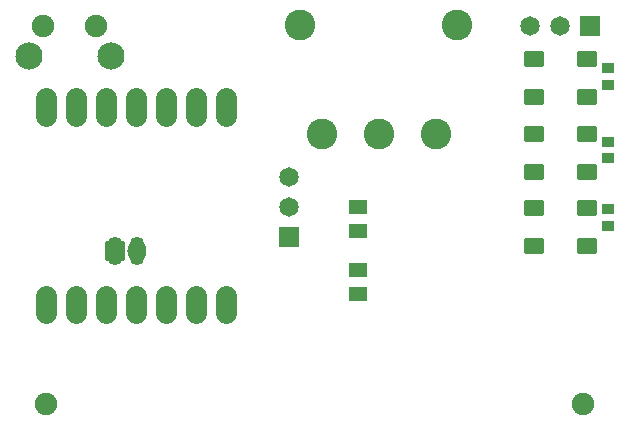
<source format=gts>
G04 Layer: TopSolderMaskLayer*
G04 EasyEDA v6.5.44, 2024-08-02 20:28:38*
G04 0ec6a3b83b7b46f2a54e004fb1c0c9c6,2d99afecd3cb4a319326ca3d9e85512b,10*
G04 Gerber Generator version 0.2*
G04 Scale: 100 percent, Rotated: No, Reflected: No *
G04 Dimensions in millimeters *
G04 leading zeros omitted , absolute positions ,4 integer and 5 decimal *
%FSLAX45Y45*%
%MOMM*%

%AMMACRO1*4,1,8,-0.7097,-0.6171,-0.7394,-0.5871,-0.7394,0.5874,-0.7097,0.6171,0.7094,0.6171,0.7394,0.5874,0.7394,-0.5871,0.7094,-0.6171,-0.7097,-0.6171,0*%
%AMMACRO2*4,1,8,-0.4712,-0.4508,-0.5009,-0.4209,-0.5009,0.4211,-0.4712,0.4508,0.4709,0.4508,0.5009,0.4211,0.5009,-0.4209,0.4709,-0.4508,-0.4712,-0.4508,0*%
%AMMACRO3*4,1,8,-0.7828,-0.65,-0.812,-0.6205,-0.812,0.6208,-0.7828,0.65,0.7826,0.65,0.812,0.6208,0.812,-0.6205,0.7826,-0.65,-0.7828,-0.65,0*%
%AMMACRO4*4,1,8,-0.7911,-0.8208,-0.8208,-0.7908,-0.8208,0.7911,-0.7911,0.8208,0.7908,0.8208,0.8208,0.7911,0.8208,-0.7908,0.7908,-0.8208,-0.7911,-0.8208,0*%
%AMMACRO5*4,1,8,-0.7831,-0.8128,-0.8128,-0.7828,-0.8128,0.7831,-0.7831,0.8128,0.7828,0.8128,0.8128,0.7831,0.8128,-0.7828,0.7828,-0.8128,-0.7831,-0.8128,0*%
%ADD10C,1.8016*%
%ADD11C,0.3556*%
%ADD12MACRO1*%
%ADD13MACRO2*%
%ADD14MACRO3*%
%ADD15C,2.6016*%
%ADD16O,1.3015976000000002X2.4015954*%
%ADD17C,1.6015*%
%ADD18C,1.9016*%
%ADD19MACRO4*%
%ADD20C,1.6416*%
%ADD21C,2.3016*%
%ADD22MACRO5*%
%ADD23C,1.6256*%

%LPD*%
D10*
X1016000Y8242300D02*
G01*
X1016000Y8392299D01*
X1270000Y8242300D02*
G01*
X1270000Y8392299D01*
X1524000Y8242300D02*
G01*
X1524000Y8392299D01*
X1778000Y8242300D02*
G01*
X1778000Y8392299D01*
X2032000Y8242300D02*
G01*
X2032000Y8392299D01*
X2286000Y8242300D02*
G01*
X2286000Y8392299D01*
X2540000Y8242300D02*
G01*
X2540000Y8392299D01*
X2540000Y6718300D02*
G01*
X2540000Y6568300D01*
X2286000Y6718300D02*
G01*
X2286000Y6568300D01*
X2032000Y6718300D02*
G01*
X2032000Y6568300D01*
X1778000Y6718300D02*
G01*
X1778000Y6568300D01*
X1524000Y6718300D02*
G01*
X1524000Y6568300D01*
X1016000Y6718300D02*
G01*
X1016000Y6568300D01*
X1270000Y6718300D02*
G01*
X1270000Y6568300D01*
D11*
X1016000Y8242300D02*
G01*
X1016000Y8420100D01*
D12*
G01*
X3657600Y7265987D03*
G01*
X3657600Y7466012D03*
G01*
X3657600Y6932612D03*
G01*
X3657600Y6732587D03*
D13*
G01*
X5778500Y8502497D03*
G01*
X5778500Y8642502D03*
G01*
X5778500Y7880197D03*
G01*
X5778500Y8020202D03*
G01*
X5778500Y7308697D03*
G01*
X5778500Y7448702D03*
D14*
G01*
X5147894Y8399805D03*
G01*
X5147868Y8719794D03*
G01*
X5596305Y8719794D03*
G01*
X5596305Y8399805D03*
G01*
X5147894Y7764805D03*
G01*
X5147868Y8084794D03*
G01*
X5596305Y8084794D03*
G01*
X5596305Y7764805D03*
G01*
X5147894Y7142505D03*
G01*
X5147868Y7462494D03*
G01*
X5596305Y7462494D03*
G01*
X5596305Y7142505D03*
D15*
G01*
X3355390Y8086089D03*
G01*
X3835400Y8086089D03*
G01*
X4315383Y8086089D03*
G01*
X3170402Y9008084D03*
G01*
X4500397Y9008084D03*
D16*
G01*
X1600200Y7099300D03*
G01*
X1788998Y7099300D03*
D17*
G01*
X1016000Y6718300D03*
G01*
X2286000Y8242300D03*
G01*
X2032000Y8242300D03*
G01*
X1778000Y8242300D03*
G01*
X1524000Y8242300D03*
G01*
X1270000Y8242300D03*
G01*
X1016000Y8242300D03*
G01*
X2540000Y8242300D03*
G01*
X1270000Y6718300D03*
G01*
X1524000Y6718300D03*
G01*
X1778000Y6718300D03*
G01*
X2032000Y6718300D03*
G01*
X2286000Y6718300D03*
G01*
X2540000Y6718300D03*
D18*
G01*
X1014298Y5803900D03*
G01*
X5564276Y5803900D03*
D19*
G01*
X3073412Y7213485D03*
D20*
G01*
X3073400Y7467498D03*
G01*
X3073400Y7721498D03*
D19*
G01*
X5626214Y9004287D03*
D20*
G01*
X5372201Y9004300D03*
G01*
X5118201Y9004300D03*
D18*
G01*
X1444218Y9004300D03*
G01*
X994206Y9004300D03*
D21*
G01*
X869213Y8750300D03*
G01*
X1569212Y8750300D03*
D22*
G01*
X1600200Y7099300D03*
D23*
G01*
X1790700Y7099300D03*
M02*

</source>
